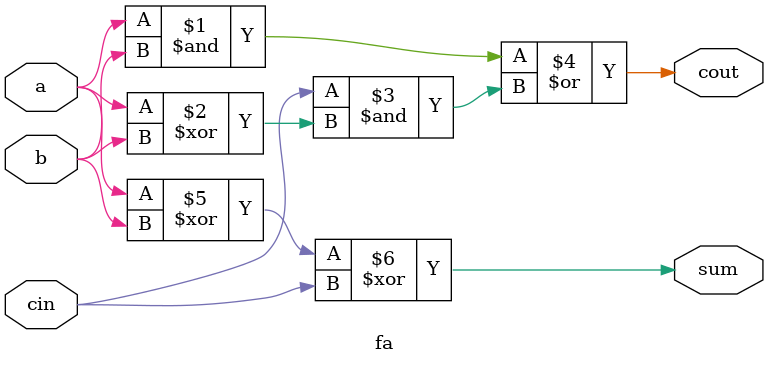
<source format=v>
module top_module (
    input [3:0] x,
    input [3:0] y, 
    output [4:0] sum);
    
    wire [3:1] carry;
    fa fa4 [3:0] (.a(x), .b(y), .cin({carry, 1'b0}), .cout({sum[4], carry}), .sum(sum[3:0]));

endmodule

module fa (input a, b, cin, output cout, sum);
    assign cout = (a & b) | (cin & (a ^ b));
    assign sum = a ^ b ^ cin;
endmodule

</source>
